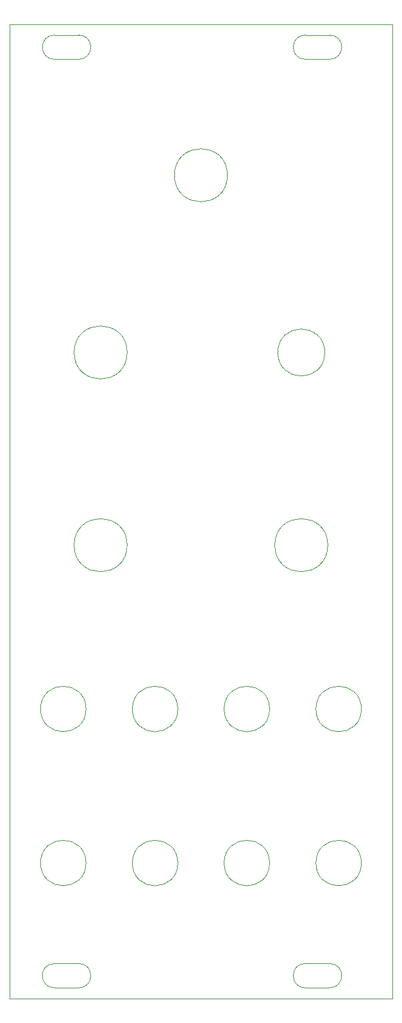
<source format=gbr>
G04 #@! TF.GenerationSoftware,KiCad,Pcbnew,(5.1.4-0-10_14)*
G04 #@! TF.CreationDate,2020-11-15T21:12:07-06:00*
G04 #@! TF.ProjectId,CEM3340_PANEL,43454d33-3334-4305-9f50-414e454c2e6b,rev?*
G04 #@! TF.SameCoordinates,Original*
G04 #@! TF.FileFunction,Profile,NP*
%FSLAX46Y46*%
G04 Gerber Fmt 4.6, Leading zero omitted, Abs format (unit mm)*
G04 Created by KiCad (PCBNEW (5.1.4-0-10_14)) date 2020-11-15 21:12:07*
%MOMM*%
%LPD*%
G04 APERTURE LIST*
%ADD10C,0.050000*%
%ADD11C,0.120000*%
G04 APERTURE END LIST*
D10*
X93840000Y-29830000D02*
X97040000Y-29830000D01*
X97040000Y-29830000D02*
G75*
G02X97040000Y-33030000I0J-1600000D01*
G01*
X93840000Y-33030000D02*
G75*
G02X93840000Y-29830000I0J1600000D01*
G01*
X93840000Y-33030000D02*
X97040000Y-33030000D01*
X60700000Y-29830000D02*
X63900000Y-29830000D01*
X63900000Y-29830000D02*
G75*
G02X63900000Y-33030000I0J-1600000D01*
G01*
X60700000Y-33030000D02*
G75*
G02X60700000Y-29830000I0J1600000D01*
G01*
X60700000Y-33030000D02*
X63900000Y-33030000D01*
X93840000Y-152330000D02*
X97040000Y-152330000D01*
X97040000Y-152330000D02*
G75*
G02X97040000Y-155530000I0J-1600000D01*
G01*
X93840000Y-155530000D02*
G75*
G02X93840000Y-152330000I0J1600000D01*
G01*
X93840000Y-155530000D02*
X97040000Y-155530000D01*
X60700000Y-155530000D02*
G75*
G02X60700000Y-152330000I0J1600000D01*
G01*
X63900000Y-152330000D02*
G75*
G02X63900000Y-155530000I0J-1600000D01*
G01*
X60700000Y-155530000D02*
X63900000Y-155530000D01*
X60700000Y-152330000D02*
X63900000Y-152330000D01*
D11*
X83550000Y-48330000D02*
G75*
G03X83550000Y-48330000I-3500000J0D01*
G01*
X96400000Y-71710000D02*
G75*
G03X96400000Y-71710000I-3100000J0D01*
G01*
X64870000Y-118740000D02*
G75*
G03X64870000Y-118740000I-3000000J0D01*
G01*
X76990000Y-118740000D02*
G75*
G03X76990000Y-118740000I-3000000J0D01*
G01*
X89110000Y-118740000D02*
G75*
G03X89110000Y-118740000I-3000000J0D01*
G01*
X101230000Y-118740000D02*
G75*
G03X101230000Y-118740000I-3000000J0D01*
G01*
X64870000Y-139060000D02*
G75*
G03X64870000Y-139060000I-3000000J0D01*
G01*
X76990000Y-139060000D02*
G75*
G03X76990000Y-139060000I-3000000J0D01*
G01*
X89110000Y-139060000D02*
G75*
G03X89110000Y-139060000I-3000000J0D01*
G01*
X101230000Y-139060000D02*
G75*
G03X101230000Y-139060000I-3000000J0D01*
G01*
X70300000Y-97130000D02*
G75*
G03X70300000Y-97130000I-3500000J0D01*
G01*
X96800000Y-97130000D02*
G75*
G03X96800000Y-97130000I-3500000J0D01*
G01*
X70300000Y-71710000D02*
G75*
G03X70300000Y-71710000I-3500000J0D01*
G01*
D10*
X105300000Y-28430000D02*
X105300000Y-156930000D01*
X54800000Y-28430000D02*
X54800000Y-156930000D01*
X54800000Y-156930000D02*
X105300000Y-156930000D01*
X54800000Y-28430000D02*
X105300000Y-28430000D01*
M02*

</source>
